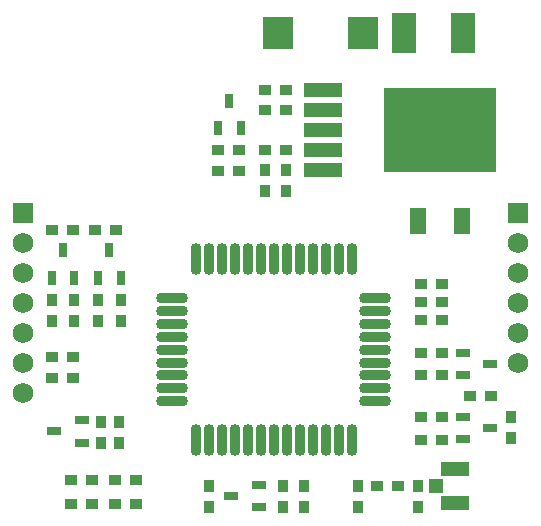
<source format=gts>
%FSLAX25Y25*%
%MOIN*%
G70*
G01*
G75*
G04 Layer_Color=8388736*
%ADD10C,0.02000*%
%ADD11C,0.03200*%
%ADD12C,0.03200*%
%ADD13R,0.03000X0.03500*%
%ADD14R,0.03500X0.03000*%
%ADD15R,0.02362X0.04299*%
%ADD16O,0.02756X0.09843*%
%ADD17O,0.09843X0.02756*%
%ADD18R,0.08661X0.04134*%
%ADD19R,0.04331X0.03937*%
%ADD20R,0.04299X0.02362*%
%ADD21R,0.04921X0.07874*%
%ADD22R,0.07087X0.12992*%
%ADD23R,0.11811X0.04213*%
%ADD24R,0.37008X0.27559*%
%ADD25R,0.09449X0.10236*%
%ADD26C,0.01000*%
%ADD27C,0.03000*%
%ADD28C,0.02500*%
%ADD29C,0.04000*%
%ADD30C,0.07000*%
%ADD31C,0.04200*%
%ADD32C,0.02800*%
%ADD33C,0.06000*%
%ADD34R,0.06000X0.06000*%
%ADD35C,0.02500*%
%ADD36R,0.10236X0.09449*%
%ADD37R,0.05118X0.03150*%
%ADD38R,0.06693X0.05906*%
%ADD39C,0.04000*%
%ADD40R,0.02362X0.01969*%
%ADD41C,0.00800*%
%ADD42C,0.01500*%
%ADD43C,0.00500*%
%ADD44C,0.01600*%
%ADD45C,0.00700*%
%ADD46C,0.00600*%
%ADD47C,0.00100*%
%ADD48R,0.01181X0.08412*%
%ADD49R,0.01870X0.17323*%
%ADD50C,0.00787*%
%ADD51R,0.17323X0.01870*%
%ADD52R,0.03800X0.04300*%
%ADD53R,0.04300X0.03800*%
%ADD54R,0.03162X0.05099*%
%ADD55O,0.03556X0.10642*%
%ADD56O,0.10642X0.03556*%
%ADD57R,0.09461X0.04934*%
%ADD58R,0.05131X0.04737*%
%ADD59R,0.05099X0.03162*%
%ADD60R,0.05721X0.08674*%
%ADD61R,0.07887X0.13792*%
%ADD62R,0.12611X0.05013*%
%ADD63R,0.37808X0.28359*%
%ADD64R,0.10249X0.11036*%
%ADD65C,0.06800*%
%ADD66R,0.06800X0.06800*%
D52*
X117500Y9000D02*
D03*
Y16000D02*
D03*
X137500D02*
D03*
Y9000D02*
D03*
X93500Y121307D02*
D03*
Y114307D02*
D03*
X86500Y121307D02*
D03*
Y114307D02*
D03*
X31000Y78000D02*
D03*
Y71000D02*
D03*
X38500Y78000D02*
D03*
Y71000D02*
D03*
X15500Y78000D02*
D03*
Y71000D02*
D03*
X23000Y78000D02*
D03*
Y71000D02*
D03*
X68000Y9000D02*
D03*
Y16000D02*
D03*
X168500Y32000D02*
D03*
Y39000D02*
D03*
X38000Y30500D02*
D03*
Y37500D02*
D03*
X92500Y9000D02*
D03*
Y16000D02*
D03*
X32000Y37500D02*
D03*
Y30500D02*
D03*
X99500Y16000D02*
D03*
Y9000D02*
D03*
D53*
X131000Y16000D02*
D03*
X124000D02*
D03*
X86500Y148000D02*
D03*
X93500D02*
D03*
Y127921D02*
D03*
X86500D02*
D03*
X71000Y120900D02*
D03*
X78000D02*
D03*
Y127900D02*
D03*
X71000D02*
D03*
X37000Y101400D02*
D03*
X30000D02*
D03*
X15500D02*
D03*
X22500D02*
D03*
X155000Y46000D02*
D03*
X162000D02*
D03*
X145500Y39000D02*
D03*
X138500D02*
D03*
X145500Y31500D02*
D03*
X138500D02*
D03*
X145500Y60500D02*
D03*
X138500D02*
D03*
X145500Y53000D02*
D03*
X138500D02*
D03*
X36500Y18000D02*
D03*
X43500D02*
D03*
X36500Y10000D02*
D03*
X43500D02*
D03*
X29000Y18000D02*
D03*
X22000D02*
D03*
X29000Y10000D02*
D03*
X22000D02*
D03*
X22600Y59000D02*
D03*
X15600D02*
D03*
X22600Y52000D02*
D03*
X15600D02*
D03*
X145500Y77500D02*
D03*
X138500D02*
D03*
X145500Y71500D02*
D03*
X138500D02*
D03*
X145500Y83500D02*
D03*
X138500D02*
D03*
X86500Y141307D02*
D03*
X93500D02*
D03*
D54*
X71000Y135400D02*
D03*
X78480D02*
D03*
X74740Y144487D02*
D03*
X31000Y85500D02*
D03*
X38480D02*
D03*
X34740Y94587D02*
D03*
X15500Y85500D02*
D03*
X22980D02*
D03*
X19240Y94587D02*
D03*
D55*
X67846Y91618D02*
D03*
X63516D02*
D03*
Y31382D02*
D03*
X67846D02*
D03*
X72177D02*
D03*
X76508D02*
D03*
X80839D02*
D03*
X85169D02*
D03*
X89500D02*
D03*
X93831D02*
D03*
X98161D02*
D03*
X102492D02*
D03*
X106823D02*
D03*
X111154D02*
D03*
X115484D02*
D03*
X72177Y91618D02*
D03*
X76508D02*
D03*
X80839D02*
D03*
X85169D02*
D03*
X89500D02*
D03*
X93831D02*
D03*
X98161D02*
D03*
X102492D02*
D03*
X106823D02*
D03*
X111154D02*
D03*
X115484D02*
D03*
D56*
X55642Y78823D02*
D03*
Y74492D02*
D03*
Y70161D02*
D03*
Y65831D02*
D03*
X55600Y61500D02*
D03*
X55642Y57169D02*
D03*
Y52839D02*
D03*
Y48508D02*
D03*
Y44177D02*
D03*
X123358D02*
D03*
Y48508D02*
D03*
Y52839D02*
D03*
Y57169D02*
D03*
Y61500D02*
D03*
Y65831D02*
D03*
Y70161D02*
D03*
Y74492D02*
D03*
Y78823D02*
D03*
D57*
X150000Y10193D02*
D03*
Y21807D02*
D03*
D58*
X143701Y16000D02*
D03*
D59*
X152500Y60500D02*
D03*
Y53020D02*
D03*
X161587Y56760D02*
D03*
X25500Y30500D02*
D03*
Y37980D02*
D03*
X16413Y34240D02*
D03*
X84500Y9000D02*
D03*
Y16480D02*
D03*
X75413Y12740D02*
D03*
X161587Y35260D02*
D03*
X152500Y31520D02*
D03*
Y39000D02*
D03*
D60*
X152382Y104400D02*
D03*
X137618D02*
D03*
D61*
X152500Y167000D02*
D03*
X132815D02*
D03*
D62*
X106000Y121228D02*
D03*
Y134614D02*
D03*
Y127921D02*
D03*
Y141307D02*
D03*
Y148000D02*
D03*
D63*
X144888Y134575D02*
D03*
D64*
X119173Y167000D02*
D03*
X90827D02*
D03*
D65*
X171000Y97000D02*
D03*
X6000D02*
D03*
Y67000D02*
D03*
Y57000D02*
D03*
X171000D02*
D03*
Y67000D02*
D03*
Y87000D02*
D03*
X6000Y47000D02*
D03*
Y87000D02*
D03*
Y77000D02*
D03*
X171000D02*
D03*
D66*
Y107000D02*
D03*
X6000D02*
D03*
M02*

</source>
